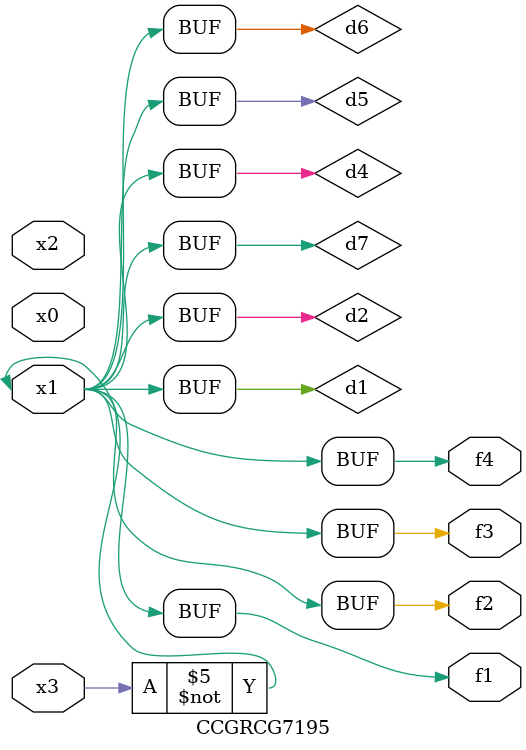
<source format=v>
module CCGRCG7195(
	input x0, x1, x2, x3,
	output f1, f2, f3, f4
);

	wire d1, d2, d3, d4, d5, d6, d7;

	not (d1, x3);
	buf (d2, x1);
	xnor (d3, d1, d2);
	nor (d4, d1);
	buf (d5, d1, d2);
	buf (d6, d4, d5);
	nand (d7, d4);
	assign f1 = d6;
	assign f2 = d7;
	assign f3 = d6;
	assign f4 = d6;
endmodule

</source>
